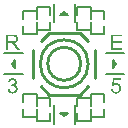
<source format=gbr>
G04 Layer_Color=65535*
%FSLAX25Y25*%
%MOIN*%
%TF.FileFunction,Legend,Top*%
%TF.Part,Single*%
G01*
G75*
%ADD14C,0.01000*%
%ADD17C,0.00598*%
%ADD18C,0.00787*%
G36*
X337148Y349558D02*
X337188D01*
X337227Y349553D01*
X337276Y349548D01*
X337330Y349543D01*
X337448Y349518D01*
X337571Y349489D01*
X337704Y349445D01*
X337837Y349386D01*
X337842D01*
X337852Y349376D01*
X337871Y349366D01*
X337896Y349351D01*
X337926Y349336D01*
X337955Y349312D01*
X338034Y349258D01*
X338122Y349189D01*
X338211Y349105D01*
X338295Y349007D01*
X338368Y348899D01*
Y348894D01*
X338378Y348884D01*
X338388Y348869D01*
X338398Y348844D01*
X338413Y348820D01*
X338427Y348785D01*
X338462Y348702D01*
X338496Y348608D01*
X338526Y348495D01*
X338545Y348377D01*
X338555Y348249D01*
Y348244D01*
Y348234D01*
Y348219D01*
X338550Y348195D01*
Y348165D01*
X338545Y348131D01*
X338536Y348052D01*
X338511Y347959D01*
X338481Y347860D01*
X338437Y347757D01*
X338378Y347654D01*
Y347649D01*
X338368Y347644D01*
X338358Y347629D01*
X338344Y347609D01*
X338304Y347560D01*
X338245Y347501D01*
X338172Y347432D01*
X338083Y347363D01*
X337980Y347295D01*
X337857Y347231D01*
X337862D01*
X337876Y347226D01*
X337901Y347221D01*
X337930Y347211D01*
X337970Y347196D01*
X338009Y347181D01*
X338112Y347137D01*
X338221Y347083D01*
X338339Y347004D01*
X338452Y346916D01*
X338501Y346862D01*
X338550Y346803D01*
X338555Y346798D01*
X338560Y346788D01*
X338575Y346768D01*
X338590Y346743D01*
X338609Y346714D01*
X338629Y346675D01*
X338654Y346630D01*
X338678Y346581D01*
X338698Y346522D01*
X338723Y346463D01*
X338742Y346394D01*
X338762Y346325D01*
X338791Y346168D01*
X338796Y346079D01*
X338801Y345991D01*
Y345986D01*
Y345961D01*
X338796Y345927D01*
Y345883D01*
X338787Y345824D01*
X338777Y345760D01*
X338762Y345686D01*
X338742Y345602D01*
X338718Y345518D01*
X338683Y345430D01*
X338644Y345336D01*
X338600Y345243D01*
X338541Y345149D01*
X338477Y345051D01*
X338403Y344963D01*
X338319Y344874D01*
X338314Y344869D01*
X338299Y344854D01*
X338270Y344830D01*
X338231Y344805D01*
X338186Y344766D01*
X338127Y344731D01*
X338063Y344687D01*
X337985Y344648D01*
X337901Y344603D01*
X337807Y344559D01*
X337709Y344525D01*
X337601Y344490D01*
X337488Y344461D01*
X337365Y344436D01*
X337237Y344421D01*
X337099Y344416D01*
X337070D01*
X337035Y344421D01*
X336991D01*
X336932Y344426D01*
X336868Y344436D01*
X336794Y344451D01*
X336710Y344466D01*
X336627Y344485D01*
X336538Y344515D01*
X336445Y344544D01*
X336356Y344584D01*
X336263Y344628D01*
X336169Y344682D01*
X336081Y344741D01*
X335997Y344810D01*
X335992Y344815D01*
X335977Y344830D01*
X335958Y344849D01*
X335928Y344884D01*
X335894Y344923D01*
X335854Y344967D01*
X335815Y345022D01*
X335771Y345086D01*
X335726Y345154D01*
X335682Y345233D01*
X335643Y345317D01*
X335603Y345410D01*
X335569Y345509D01*
X335539Y345612D01*
X335515Y345720D01*
X335500Y345838D01*
X336120Y345922D01*
Y345917D01*
X336125Y345897D01*
X336130Y345873D01*
X336140Y345833D01*
X336149Y345794D01*
X336164Y345740D01*
X336184Y345686D01*
X336204Y345627D01*
X336253Y345504D01*
X336317Y345376D01*
X336390Y345258D01*
X336435Y345209D01*
X336479Y345159D01*
X336484D01*
X336489Y345149D01*
X336504Y345140D01*
X336523Y345125D01*
X336548Y345105D01*
X336578Y345086D01*
X336651Y345046D01*
X336745Y345002D01*
X336853Y344963D01*
X336971Y344938D01*
X337035Y344933D01*
X337104Y344928D01*
X337148D01*
X337178Y344933D01*
X337217Y344938D01*
X337256Y344943D01*
X337306Y344953D01*
X337360Y344967D01*
X337478Y345002D01*
X337537Y345026D01*
X337601Y345056D01*
X337665Y345090D01*
X337724Y345130D01*
X337783Y345174D01*
X337842Y345228D01*
X337847Y345233D01*
X337857Y345243D01*
X337871Y345258D01*
X337891Y345282D01*
X337911Y345312D01*
X337935Y345346D01*
X337965Y345386D01*
X337994Y345435D01*
X338019Y345484D01*
X338049Y345543D01*
X338098Y345671D01*
X338112Y345740D01*
X338127Y345814D01*
X338137Y345892D01*
X338142Y345976D01*
Y345981D01*
Y345996D01*
Y346015D01*
X338137Y346050D01*
X338132Y346084D01*
X338127Y346129D01*
X338117Y346173D01*
X338108Y346227D01*
X338073Y346335D01*
X338053Y346394D01*
X338024Y346453D01*
X337989Y346512D01*
X337955Y346571D01*
X337911Y346625D01*
X337862Y346680D01*
X337857Y346685D01*
X337847Y346689D01*
X337832Y346704D01*
X337812Y346724D01*
X337783Y346743D01*
X337748Y346768D01*
X337714Y346793D01*
X337670Y346817D01*
X337620Y346842D01*
X337566Y346866D01*
X337443Y346911D01*
X337306Y346945D01*
X337232Y346950D01*
X337153Y346955D01*
X337124D01*
X337084Y346950D01*
X337035Y346945D01*
X336971Y346940D01*
X336897Y346931D01*
X336814Y346911D01*
X336720Y346891D01*
X336789Y347432D01*
X336799D01*
X336824Y347427D01*
X336858Y347423D01*
X336927D01*
X336956Y347427D01*
X336991D01*
X337030Y347432D01*
X337074Y347442D01*
X337124Y347447D01*
X337237Y347472D01*
X337355Y347511D01*
X337478Y347560D01*
X337601Y347629D01*
X337606Y347634D01*
X337616Y347639D01*
X337630Y347649D01*
X337650Y347669D01*
X337675Y347688D01*
X337704Y347718D01*
X337729Y347747D01*
X337763Y347787D01*
X337793Y347826D01*
X337817Y347875D01*
X337847Y347929D01*
X337871Y347983D01*
X337891Y348047D01*
X337906Y348116D01*
X337916Y348185D01*
X337921Y348264D01*
Y348269D01*
Y348279D01*
Y348298D01*
X337916Y348323D01*
Y348352D01*
X337911Y348387D01*
X337891Y348465D01*
X337866Y348554D01*
X337822Y348648D01*
X337768Y348741D01*
X337729Y348785D01*
X337689Y348830D01*
X337684Y348834D01*
X337680Y348839D01*
X337665Y348849D01*
X337650Y348864D01*
X337596Y348903D01*
X337527Y348943D01*
X337443Y348982D01*
X337340Y349022D01*
X337222Y349046D01*
X337163Y349056D01*
X337060D01*
X337035Y349051D01*
X337001D01*
X336966Y349046D01*
X336882Y349026D01*
X336784Y349002D01*
X336686Y348957D01*
X336582Y348903D01*
X336533Y348864D01*
X336489Y348825D01*
X336484Y348820D01*
X336479Y348815D01*
X336464Y348800D01*
X336450Y348780D01*
X336430Y348761D01*
X336410Y348731D01*
X336386Y348697D01*
X336361Y348657D01*
X336336Y348608D01*
X336307Y348559D01*
X336282Y348505D01*
X336258Y348441D01*
X336238Y348377D01*
X336213Y348303D01*
X336199Y348229D01*
X336184Y348146D01*
X335564Y348254D01*
Y348259D01*
X335569Y348284D01*
X335579Y348313D01*
X335589Y348357D01*
X335603Y348407D01*
X335623Y348470D01*
X335643Y348534D01*
X335672Y348608D01*
X335702Y348682D01*
X335741Y348761D01*
X335780Y348844D01*
X335830Y348923D01*
X335879Y349002D01*
X335938Y349080D01*
X336007Y349149D01*
X336076Y349218D01*
X336081Y349223D01*
X336095Y349233D01*
X336115Y349248D01*
X336149Y349272D01*
X336189Y349297D01*
X336233Y349326D01*
X336292Y349361D01*
X336351Y349391D01*
X336420Y349425D01*
X336499Y349454D01*
X336582Y349484D01*
X336671Y349509D01*
X336764Y349533D01*
X336863Y349548D01*
X336971Y349558D01*
X337079Y349563D01*
X337119D01*
X337148Y349558D01*
D02*
G37*
G36*
X373109Y348889D02*
X371087D01*
X370817Y347526D01*
X370822Y347531D01*
X370836Y347541D01*
X370861Y347555D01*
X370895Y347575D01*
X370935Y347600D01*
X370989Y347629D01*
X371043Y347654D01*
X371107Y347688D01*
X371176Y347718D01*
X371250Y347742D01*
X371412Y347796D01*
X371496Y347816D01*
X371584Y347831D01*
X371678Y347841D01*
X371771Y347846D01*
X371801D01*
X371835Y347841D01*
X371884D01*
X371938Y347831D01*
X372007Y347821D01*
X372081Y347806D01*
X372160Y347787D01*
X372243Y347762D01*
X372337Y347732D01*
X372430Y347698D01*
X372524Y347654D01*
X372617Y347600D01*
X372711Y347541D01*
X372799Y347467D01*
X372888Y347388D01*
X372893Y347383D01*
X372908Y347368D01*
X372932Y347339D01*
X372962Y347304D01*
X372996Y347260D01*
X373031Y347206D01*
X373075Y347142D01*
X373119Y347068D01*
X373159Y346989D01*
X373203Y346901D01*
X373237Y346803D01*
X373277Y346699D01*
X373301Y346586D01*
X373326Y346468D01*
X373341Y346340D01*
X373346Y346207D01*
Y346197D01*
Y346178D01*
X373341Y346143D01*
Y346094D01*
X373336Y346035D01*
X373326Y345966D01*
X373311Y345887D01*
X373296Y345804D01*
X373272Y345715D01*
X373247Y345617D01*
X373213Y345518D01*
X373173Y345420D01*
X373129Y345322D01*
X373075Y345218D01*
X373011Y345120D01*
X372942Y345026D01*
X372937Y345022D01*
X372918Y345002D01*
X372893Y344972D01*
X372854Y344933D01*
X372804Y344884D01*
X372745Y344835D01*
X372676Y344780D01*
X372598Y344721D01*
X372504Y344662D01*
X372406Y344608D01*
X372298Y344559D01*
X372180Y344510D01*
X372052Y344471D01*
X371919Y344441D01*
X371771Y344421D01*
X371619Y344416D01*
X371589D01*
X371555Y344421D01*
X371505D01*
X371446Y344426D01*
X371378Y344436D01*
X371304Y344451D01*
X371220Y344466D01*
X371132Y344485D01*
X371043Y344510D01*
X370950Y344539D01*
X370851Y344579D01*
X370758Y344623D01*
X370664Y344672D01*
X370576Y344731D01*
X370492Y344800D01*
X370487Y344805D01*
X370472Y344820D01*
X370453Y344840D01*
X370423Y344869D01*
X370389Y344908D01*
X370354Y344958D01*
X370310Y345012D01*
X370271Y345071D01*
X370226Y345140D01*
X370182Y345218D01*
X370143Y345302D01*
X370103Y345395D01*
X370069Y345494D01*
X370039Y345597D01*
X370015Y345705D01*
X370000Y345824D01*
X370649Y345878D01*
Y345873D01*
X370654Y345858D01*
X370659Y345833D01*
X370664Y345799D01*
X370674Y345760D01*
X370684Y345715D01*
X370718Y345607D01*
X370763Y345494D01*
X370817Y345376D01*
X370890Y345258D01*
X370935Y345209D01*
X370979Y345159D01*
X370984Y345154D01*
X370994Y345149D01*
X371009Y345140D01*
X371028Y345125D01*
X371053Y345105D01*
X371082Y345086D01*
X371161Y345041D01*
X371255Y344997D01*
X371363Y344963D01*
X371486Y344933D01*
X371550Y344928D01*
X371619Y344923D01*
X371663D01*
X371692Y344928D01*
X371732Y344933D01*
X371776Y344943D01*
X371825Y344953D01*
X371879Y344967D01*
X372002Y345007D01*
X372061Y345031D01*
X372125Y345066D01*
X372189Y345105D01*
X372253Y345149D01*
X372317Y345199D01*
X372376Y345258D01*
X372381Y345263D01*
X372391Y345272D01*
X372406Y345292D01*
X372426Y345322D01*
X372450Y345351D01*
X372475Y345395D01*
X372504Y345445D01*
X372534Y345499D01*
X372558Y345558D01*
X372588Y345627D01*
X372613Y345701D01*
X372637Y345779D01*
X372657Y345863D01*
X372672Y345956D01*
X372681Y346050D01*
X372686Y346153D01*
Y346158D01*
Y346178D01*
Y346202D01*
X372681Y346242D01*
X372676Y346286D01*
X372672Y346335D01*
X372662Y346394D01*
X372647Y346458D01*
X372613Y346591D01*
X372588Y346660D01*
X372558Y346729D01*
X372524Y346798D01*
X372485Y346866D01*
X372440Y346931D01*
X372386Y346989D01*
X372381Y346994D01*
X372371Y347004D01*
X372357Y347019D01*
X372332Y347039D01*
X372303Y347063D01*
X372268Y347088D01*
X372224Y347117D01*
X372180Y347147D01*
X372125Y347172D01*
X372066Y347201D01*
X372002Y347226D01*
X371934Y347250D01*
X371855Y347270D01*
X371776Y347285D01*
X371692Y347295D01*
X371604Y347300D01*
X371555D01*
X371525Y347295D01*
X371496D01*
X371422Y347285D01*
X371338Y347265D01*
X371250Y347240D01*
X371156Y347206D01*
X371063Y347162D01*
X371058D01*
X371053Y347157D01*
X371023Y347137D01*
X370979Y347108D01*
X370930Y347068D01*
X370866Y347014D01*
X370807Y346955D01*
X370743Y346886D01*
X370689Y346812D01*
X370108Y346886D01*
X370595Y349479D01*
X373109D01*
Y348889D01*
D02*
G37*
G36*
X373646Y363448D02*
X370669D01*
Y361908D01*
X373459D01*
Y361312D01*
X370669D01*
Y359595D01*
X373764D01*
Y359000D01*
X370000D01*
Y364043D01*
X373646D01*
Y363448D01*
D02*
G37*
G36*
X337401Y364038D02*
X337465D01*
X337539Y364033D01*
X337613Y364028D01*
X337780Y364009D01*
X337952Y363984D01*
X338114Y363949D01*
X338188Y363930D01*
X338257Y363905D01*
X338262D01*
X338272Y363900D01*
X338292Y363891D01*
X338316Y363881D01*
X338346Y363861D01*
X338380Y363841D01*
X338459Y363792D01*
X338547Y363728D01*
X338641Y363645D01*
X338734Y363541D01*
X338818Y363423D01*
X338823Y363418D01*
X338828Y363408D01*
X338838Y363389D01*
X338852Y363364D01*
X338867Y363330D01*
X338887Y363290D01*
X338907Y363251D01*
X338926Y363202D01*
X338961Y363088D01*
X338995Y362961D01*
X339020Y362818D01*
X339030Y362744D01*
Y362665D01*
Y362661D01*
Y362641D01*
Y362611D01*
X339025Y362577D01*
X339020Y362528D01*
X339010Y362478D01*
X339000Y362415D01*
X338985Y362351D01*
X338966Y362282D01*
X338946Y362208D01*
X338916Y362134D01*
X338882Y362055D01*
X338843Y361982D01*
X338793Y361903D01*
X338744Y361829D01*
X338680Y361760D01*
X338675Y361755D01*
X338665Y361745D01*
X338646Y361726D01*
X338616Y361701D01*
X338577Y361672D01*
X338533Y361637D01*
X338478Y361603D01*
X338415Y361563D01*
X338346Y361524D01*
X338267Y361485D01*
X338178Y361445D01*
X338080Y361406D01*
X337977Y361371D01*
X337863Y361342D01*
X337740Y361312D01*
X337608Y361293D01*
X337613D01*
X337617Y361288D01*
X337632Y361278D01*
X337652Y361273D01*
X337701Y361244D01*
X337760Y361214D01*
X337824Y361175D01*
X337888Y361135D01*
X337952Y361086D01*
X338011Y361042D01*
X338016Y361037D01*
X338026Y361032D01*
X338041Y361012D01*
X338060Y360993D01*
X338085Y360968D01*
X338114Y360934D01*
X338149Y360899D01*
X338188Y360855D01*
X338272Y360756D01*
X338365Y360643D01*
X338464Y360510D01*
X338562Y360368D01*
X339433Y359000D01*
X338601D01*
X337932Y360048D01*
X337927Y360053D01*
X337918Y360068D01*
X337903Y360092D01*
X337883Y360122D01*
X337859Y360161D01*
X337829Y360205D01*
X337765Y360304D01*
X337686Y360417D01*
X337608Y360530D01*
X337524Y360643D01*
X337490Y360693D01*
X337450Y360742D01*
Y360747D01*
X337440Y360752D01*
X337421Y360781D01*
X337381Y360825D01*
X337337Y360875D01*
X337283Y360929D01*
X337229Y360983D01*
X337170Y361037D01*
X337111Y361076D01*
X337106Y361081D01*
X337086Y361091D01*
X337057Y361111D01*
X337017Y361130D01*
X336973Y361155D01*
X336924Y361175D01*
X336870Y361199D01*
X336811Y361214D01*
X336806D01*
X336791Y361219D01*
X336761Y361224D01*
X336722Y361229D01*
X336673D01*
X336609Y361234D01*
X336530Y361239D01*
X335669D01*
Y359000D01*
X335000D01*
Y364043D01*
X337347D01*
X337401Y364038D01*
D02*
G37*
%LPC*%
G36*
X337367Y363487D02*
X335669D01*
Y361814D01*
X337175D01*
X337214Y361819D01*
X337258D01*
X337308Y361824D01*
X337362D01*
X337475Y361839D01*
X337593Y361854D01*
X337711Y361878D01*
X337814Y361908D01*
X337819D01*
X337824Y361913D01*
X337859Y361927D01*
X337903Y361947D01*
X337957Y361982D01*
X338021Y362021D01*
X338085Y362075D01*
X338149Y362134D01*
X338203Y362208D01*
Y362213D01*
X338208Y362218D01*
X338223Y362247D01*
X338247Y362287D01*
X338272Y362346D01*
X338296Y362415D01*
X338321Y362488D01*
X338336Y362577D01*
X338341Y362665D01*
Y362670D01*
Y362680D01*
Y362700D01*
X338336Y362724D01*
X338331Y362754D01*
X338326Y362793D01*
X338306Y362872D01*
X338277Y362965D01*
X338232Y363064D01*
X338203Y363118D01*
X338169Y363162D01*
X338124Y363211D01*
X338080Y363256D01*
X338075Y363261D01*
X338070Y363266D01*
X338050Y363276D01*
X338031Y363290D01*
X338001Y363310D01*
X337967Y363330D01*
X337927Y363349D01*
X337878Y363374D01*
X337824Y363394D01*
X337765Y363413D01*
X337701Y363433D01*
X337627Y363453D01*
X337544Y363467D01*
X337460Y363477D01*
X337367Y363487D01*
D02*
G37*
%LPD*%
D14*
X359831Y354331D02*
G03*
X359831Y354331I-5500J0D01*
G01*
X362331D02*
G03*
X362331Y354331I-8000J0D01*
G01*
X346537Y361891D02*
X349213Y364567D01*
X359449D01*
Y344094D02*
X362124Y346770D01*
X349213Y344094D02*
X359449D01*
X346537Y346770D02*
X349213Y344094D01*
X359449Y364567D02*
X362124Y361891D01*
X344094Y349533D02*
Y359055D01*
X364567Y349533D02*
Y359055D01*
D17*
X370760Y354331D02*
X371760D01*
X368110Y357831D02*
X374410D01*
X368110Y350831D02*
X374410D01*
X370760Y353081D02*
Y355581D01*
Y353081D02*
X371760Y354331D01*
X370760Y355581D02*
X371760Y354331D01*
X370760Y353721D02*
X371236Y354985D01*
X353721Y337902D02*
X354985Y337425D01*
X354331Y336902D02*
X355581Y337902D01*
X353081D02*
X354331Y336902D01*
X353081Y337902D02*
X355581D01*
X350831Y334252D02*
Y340551D01*
X357831Y334252D02*
Y340551D01*
X354331Y336902D02*
Y337902D01*
X336902Y354331D02*
X337902D01*
X334252Y350831D02*
X340551D01*
X334252Y357831D02*
X340551D01*
X337902Y353081D02*
Y355581D01*
X336902Y354331D02*
X337902Y355581D01*
X336902Y354331D02*
X337902Y353081D01*
X337425Y353676D02*
X337902Y354940D01*
X353676Y371236D02*
X354940Y370760D01*
X353081D02*
X354331Y371760D01*
X355581Y370760D01*
X353081D02*
X355581D01*
X357831Y368110D02*
Y374410D01*
X350831Y368110D02*
Y374410D01*
X354331Y370760D02*
Y371760D01*
D18*
X363236Y336661D02*
X367764D01*
X363236Y344339D02*
X367764D01*
X363236Y336661D02*
Y339319D01*
Y341681D02*
Y344339D01*
X367764Y336661D02*
Y339319D01*
Y341681D02*
Y344339D01*
X363236Y371839D02*
X367764D01*
X363236Y364161D02*
X367764D01*
Y369181D02*
Y371839D01*
Y364161D02*
Y366819D01*
X363236Y369181D02*
Y371839D01*
Y364161D02*
Y366819D01*
X345236Y335161D02*
X349764D01*
X345236Y342839D02*
X349764D01*
X345236Y335161D02*
Y337819D01*
Y340181D02*
Y342839D01*
X349764Y335161D02*
Y337819D01*
Y340181D02*
Y342839D01*
X358736Y335161D02*
X363264D01*
X358736Y342839D02*
X363264D01*
X358736Y335161D02*
Y337819D01*
Y340181D02*
Y342839D01*
X363264Y335161D02*
Y337819D01*
Y340181D02*
Y342839D01*
X340736Y371839D02*
X345264D01*
X340736Y364161D02*
X345264D01*
Y369181D02*
Y371839D01*
Y364161D02*
Y366819D01*
X340736Y369181D02*
Y371839D01*
Y364161D02*
Y366819D01*
Y336661D02*
X345264D01*
X340736Y344339D02*
X345264D01*
X340736Y336661D02*
Y339319D01*
Y341681D02*
Y344339D01*
X345264Y336661D02*
Y339319D01*
Y341681D02*
Y344339D01*
X358736Y373339D02*
X363264D01*
X358736Y365661D02*
X363264D01*
Y370681D02*
Y373339D01*
Y365661D02*
Y368319D01*
X358736Y370681D02*
Y373339D01*
Y365661D02*
Y368319D01*
X345236Y373339D02*
X349764D01*
X345236Y365661D02*
X349764D01*
Y370681D02*
Y373339D01*
Y365661D02*
Y368319D01*
X345236Y370681D02*
Y373339D01*
Y365661D02*
Y368319D01*
%TF.MD5,1C149FBC96F3AC6714734665F78B3F01*%
M02*

</source>
